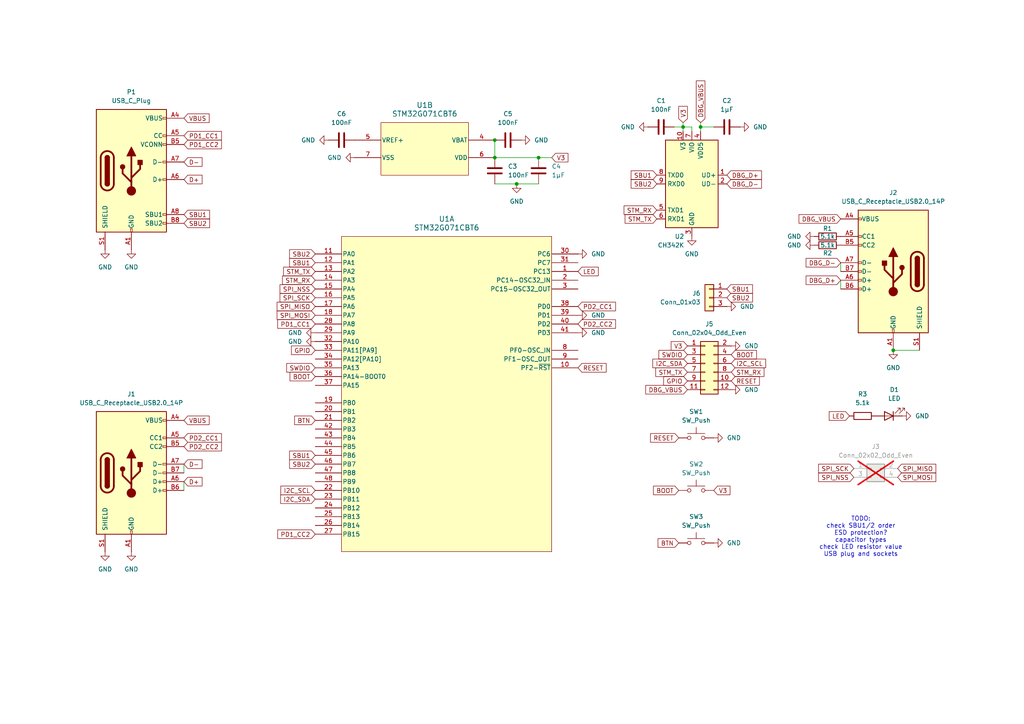
<source format=kicad_sch>
(kicad_sch (version 20231120) (generator "eeschema") (generator_version "8.0")
  (paper "A4")
  (lib_symbols
    (symbol "Connector:USB_C_Plug" (pin_names (offset 1.016))
      (property "Reference" "P1" (at 0 33.02 0))
      (property "Value" "USB_C_Plug" (at 0 30.48 0))
      (symbol "USB_C_Plug_0_0"
        (rectangle (start -0.254 -6.604) (end 0.254 -7.62))
        (rectangle (start 10.16 -4.826) (end 9.144 -5.334))
        (rectangle (start 10.16 -2.286) (end 9.144 -2.794))
        (rectangle (start 10.16 7.874) (end 9.144 7.366))
        (rectangle (start 10.16 12.954) (end 9.144 12.446))
        (rectangle (start 10.16 18.034) (end 9.144 17.526))
        (rectangle (start 10.16 20.574) (end 9.144 20.066))
        (rectangle (start 10.16 25.654) (end 9.144 25.146))
      )
      (symbol "USB_C_Plug_0_1"
        (rectangle (start -10.16 27.94) (end 10.16 -7.62) (stroke (width 0.254)) (fill (type background)))
        (arc (start -8.89 6.35) (mid -6.985 4.4533) (end -5.08 6.35) (stroke (width 0.508)))
        (arc (start -7.62 6.35) (mid -6.985 5.7177) (end -6.35 6.35) (stroke (width 0.254)))
        (arc (start -7.62 6.35) (mid -6.985 5.7177) (end -6.35 6.35) (stroke (width 0.254)) (fill (type outline)))
        (rectangle (start -7.62 6.35) (end -6.35 13.97) (stroke (width 0.254)) (fill (type outline)))
        (arc (start -6.35 13.97) (mid -6.985 14.6023) (end -7.62 13.97) (stroke (width 0.254)))
        (arc (start -6.35 13.97) (mid -6.985 14.6023) (end -7.62 13.97) (stroke (width 0.254)) (fill (type outline)))
        (arc (start -5.08 13.97) (mid -6.985 15.8667) (end -8.89 13.97) (stroke (width 0.508)))
        (polyline (pts (xy -8.89 6.35) (xy -8.89 13.97)) (stroke (width 0.508)))
        (polyline (pts (xy -5.08 13.97) (xy -5.08 6.35)) (stroke (width 0.508)))
      )
      (symbol "USB_C_Plug_1_1"
        (circle (center -2.54 11.303) (radius 0.635) (stroke (width 0.254)) (fill (type outline)))
        (polyline (pts (xy 0 4.318) (xy 0 14.478)) (stroke (width 0.508)))
        (polyline (pts (xy 0 6.858) (xy -2.54 9.398) (xy -2.54 10.668)) (stroke (width 0.508)))
        (polyline (pts (xy 0 8.128) (xy 2.54 10.668) (xy 2.54 11.938)) (stroke (width 0.508)))
        (polyline (pts (xy -1.27 14.478) (xy 0 17.018) (xy 1.27 14.478) (xy -1.27 14.478)) (stroke (width 0.254)) (fill (type outline)))
        (circle (center 0 4.318) (radius 1.27) (fill (type outline)))
        (rectangle (start 1.905 11.938) (end 3.175 13.208) (stroke (width 0.254)) (fill (type outline)))
        (pin passive line (at 0 -12.7 90) (length 5.08) (name "GND") (number "A1"))
        (pin passive line (at 0 -12.7 90) (length 5.08) hide (name "GND") (number "A12"))
        (pin passive line (at 15.24 25.4 180) (length 5.08) (name "VBUS") (number "A4"))
        (pin bidirectional line (at 15.24 20.32 180) (length 5.08) (name "CC") (number "A5"))
        (pin bidirectional line (at 15.24 7.62 180) (length 5.08) (name "D+") (number "A6"))
        (pin bidirectional line (at 15.24 12.7 180) (length 5.08) (name "D-") (number "A7"))
        (pin bidirectional line (at 15.24 -2.54 180) (length 5.08) (name "SBU1") (number "A8"))
        (pin passive line (at 15.24 25.4 180) (length 5.08) hide (name "VBUS") (number "A9"))
        (pin passive line (at 0 -12.7 90) (length 5.08) hide (name "GND") (number "B1"))
        (pin passive line (at 0 -12.7 90) (length 5.08) hide (name "GND") (number "B12"))
        (pin passive line (at 15.24 25.4 180) (length 5.08) hide (name "VBUS") (number "B4"))
        (pin bidirectional line (at 15.24 17.78 180) (length 5.08) (name "VCONN") (number "B5"))
        (pin bidirectional line (at 15.24 -5.08 180) (length 5.08) (name "SBU2") (number "B8"))
        (pin passive line (at 15.24 25.4 180) (length 5.08) hide (name "VBUS") (number "B9"))
        (pin passive line (at -7.62 -12.7 90) (length 5.08) (name "SHIELD") (number "S1"))
      )
    )
    (symbol "Connector:USB_C_Receptacle_USB2.0_14P" (pin_names (offset 1.016))
      (property "Reference" "J" (at 0 22.225 0))
      (property "Value" "USB_C_Receptacle_USB2.0_14P" (at 0 19.685 0))
      (symbol "USB_C_Receptacle_USB2.0_14P_0_0"
        (rectangle (start -0.254 -17.78) (end 0.254 -16.764))
        (rectangle (start 10.16 -4.826) (end 9.144 -5.334))
        (rectangle (start 10.16 -2.286) (end 9.144 -2.794))
        (rectangle (start 10.16 0.254) (end 9.144 -0.254))
        (rectangle (start 10.16 2.794) (end 9.144 2.286))
        (rectangle (start 10.16 7.874) (end 9.144 7.366))
        (rectangle (start 10.16 10.414) (end 9.144 9.906))
        (rectangle (start 10.16 15.494) (end 9.144 14.986))
      )
      (symbol "USB_C_Receptacle_USB2.0_14P_0_1"
        (rectangle (start -10.16 17.78) (end 10.16 -17.78) (stroke (width 0.254)) (fill (type background)))
        (arc (start -8.89 -3.81) (mid -6.985 -5.7067) (end -5.08 -3.81) (stroke (width 0.508)))
        (arc (start -7.62 -3.81) (mid -6.985 -4.4423) (end -6.35 -3.81) (stroke (width 0.254)))
        (arc (start -7.62 -3.81) (mid -6.985 -4.4423) (end -6.35 -3.81) (stroke (width 0.254)) (fill (type outline)))
        (rectangle (start -7.62 -3.81) (end -6.35 3.81) (stroke (width 0.254)) (fill (type outline)))
        (arc (start -6.35 3.81) (mid -6.985 4.4423) (end -7.62 3.81) (stroke (width 0.254)))
        (arc (start -6.35 3.81) (mid -6.985 4.4423) (end -7.62 3.81) (stroke (width 0.254)) (fill (type outline)))
        (arc (start -5.08 3.81) (mid -6.985 5.7067) (end -8.89 3.81) (stroke (width 0.508)))
        (circle (center -2.54 1.143) (radius 0.635) (stroke (width 0.254)) (fill (type outline)))
        (circle (center 0 -5.842) (radius 1.27) (fill (type outline)))
        (polyline (pts (xy -8.89 -3.81) (xy -8.89 3.81)) (stroke (width 0.508)))
        (polyline (pts (xy -5.08 3.81) (xy -5.08 -3.81)) (stroke (width 0.508)))
        (polyline (pts (xy 0 -5.842) (xy 0 4.318)) (stroke (width 0.508)))
        (polyline (pts (xy 0 -3.302) (xy -2.54 -0.762) (xy -2.54 0.508)) (stroke (width 0.508)))
        (polyline (pts (xy 0 -2.032) (xy 2.54 0.508) (xy 2.54 1.778)) (stroke (width 0.508)))
        (polyline (pts (xy -1.27 4.318) (xy 0 6.858) (xy 1.27 4.318) (xy -1.27 4.318)) (stroke (width 0.254)) (fill (type outline)))
        (rectangle (start 1.905 1.778) (end 3.175 3.048) (stroke (width 0.254)) (fill (type outline)))
      )
      (symbol "USB_C_Receptacle_USB2.0_14P_1_1"
        (pin passive line (at 0 -22.86 90) (length 5.08) (name "GND") (number "A1"))
        (pin passive line (at 0 -22.86 90) (length 5.08) hide (name "GND") (number "A12"))
        (pin passive line (at 15.24 15.24 180) (length 5.08) (name "VBUS") (number "A4"))
        (pin bidirectional line (at 15.24 10.16 180) (length 5.08) (name "CC1") (number "A5"))
        (pin bidirectional line (at 15.24 -2.54 180) (length 5.08) (name "D+") (number "A6"))
        (pin bidirectional line (at 15.24 2.54 180) (length 5.08) (name "D-") (number "A7"))
        (pin passive line (at 15.24 15.24 180) (length 5.08) hide (name "VBUS") (number "A9"))
        (pin passive line (at 0 -22.86 90) (length 5.08) hide (name "GND") (number "B1"))
        (pin passive line (at 0 -22.86 90) (length 5.08) hide (name "GND") (number "B12"))
        (pin passive line (at 15.24 15.24 180) (length 5.08) hide (name "VBUS") (number "B4"))
        (pin bidirectional line (at 15.24 7.62 180) (length 5.08) (name "CC2") (number "B5"))
        (pin bidirectional line (at 15.24 -5.08 180) (length 5.08) (name "D+") (number "B6"))
        (pin bidirectional line (at 15.24 0 180) (length 5.08) (name "D-") (number "B7"))
        (pin passive line (at 15.24 15.24 180) (length 5.08) hide (name "VBUS") (number "B9"))
        (pin passive line (at -7.62 -22.86 90) (length 5.08) (name "SHIELD") (number "S1"))
      )
    )
    (symbol "Connector_Generic:Conn_01x03" (pin_names (offset 1.016) hide)
      (property "Reference" "J" (at 0 5.08 0))
      (property "Value" "Conn_01x03" (at 0 -5.08 0))
      (symbol "Conn_01x03_1_1"
        (rectangle (start -1.27 -2.413) (end 0 -2.667) (stroke (width 0.1524)))
        (rectangle (start -1.27 0.127) (end 0 -0.127) (stroke (width 0.1524)))
        (rectangle (start -1.27 2.667) (end 0 2.413) (stroke (width 0.1524)))
        (rectangle (start -1.27 3.81) (end 1.27 -3.81) (stroke (width 0.254)) (fill (type background)))
        (pin passive line (at -5.08 2.54 0) (length 3.81) (name "Pin_1") (number "1"))
        (pin passive line (at -5.08 0 0) (length 3.81) (name "Pin_2") (number "2"))
        (pin passive line (at -5.08 -2.54 0) (length 3.81) (name "Pin_3") (number "3"))
      )
    )
    (symbol "Connector_Generic:Conn_02x02_Odd_Even" (pin_names (offset 1.016) hide)
      (property "Reference" "J" (at 1.27 2.54 0))
      (property "Value" "Conn_02x02_Odd_Even" (at 1.27 -5.08 0))
      (symbol "Conn_02x02_Odd_Even_1_1"
        (rectangle (start -1.27 -2.413) (end 0 -2.667) (stroke (width 0.1524)))
        (rectangle (start -1.27 0.127) (end 0 -0.127) (stroke (width 0.1524)))
        (rectangle (start -1.27 1.27) (end 3.81 -3.81) (stroke (width 0.254)) (fill (type background)))
        (rectangle (start 3.81 -2.413) (end 2.54 -2.667) (stroke (width 0.1524)))
        (rectangle (start 3.81 0.127) (end 2.54 -0.127) (stroke (width 0.1524)))
        (pin passive line (at -5.08 0 0) (length 3.81) (name "Pin_1") (number "1"))
        (pin passive line (at 7.62 0 180) (length 3.81) (name "Pin_2") (number "2"))
        (pin passive line (at -5.08 -2.54 0) (length 3.81) (name "Pin_3") (number "3"))
        (pin passive line (at 7.62 -2.54 180) (length 3.81) (name "Pin_4") (number "4"))
      )
    )
    (symbol "Connector_Generic:Conn_02x06_Odd_Even" (pin_names (offset 1.016) hide)
      (property "Reference" "J" (at 1.27 7.62 0))
      (property "Value" "Conn_02x06_Odd_Even" (at 1.27 -10.16 0))
      (symbol "Conn_02x06_Odd_Even_1_1"
        (rectangle (start -1.27 -7.493) (end 0 -7.747) (stroke (width 0.1524)))
        (rectangle (start -1.27 -4.953) (end 0 -5.207) (stroke (width 0.1524)))
        (rectangle (start -1.27 -2.413) (end 0 -2.667) (stroke (width 0.1524)))
        (rectangle (start -1.27 0.127) (end 0 -0.127) (stroke (width 0.1524)))
        (rectangle (start -1.27 2.667) (end 0 2.413) (stroke (width 0.1524)))
        (rectangle (start -1.27 5.207) (end 0 4.953) (stroke (width 0.1524)))
        (rectangle (start -1.27 6.35) (end 3.81 -8.89) (stroke (width 0.254)) (fill (type background)))
        (rectangle (start 3.81 -7.493) (end 2.54 -7.747) (stroke (width 0.1524)))
        (rectangle (start 3.81 -4.953) (end 2.54 -5.207) (stroke (width 0.1524)))
        (rectangle (start 3.81 -2.413) (end 2.54 -2.667) (stroke (width 0.1524)))
        (rectangle (start 3.81 0.127) (end 2.54 -0.127) (stroke (width 0.1524)))
        (rectangle (start 3.81 2.667) (end 2.54 2.413) (stroke (width 0.1524)))
        (rectangle (start 3.81 5.207) (end 2.54 4.953) (stroke (width 0.1524)))
        (pin passive line (at -5.08 5.08 0) (length 3.81) (name "Pin_1") (number "1"))
        (pin passive line (at 7.62 -5.08 180) (length 3.81) (name "Pin_10") (number "10"))
        (pin passive line (at -5.08 -7.62 0) (length 3.81) (name "Pin_11") (number "11"))
        (pin passive line (at 7.62 -7.62 180) (length 3.81) (name "Pin_12") (number "12"))
        (pin passive line (at 7.62 5.08 180) (length 3.81) (name "Pin_2") (number "2"))
        (pin passive line (at -5.08 2.54 0) (length 3.81) (name "Pin_3") (number "3"))
        (pin passive line (at 7.62 2.54 180) (length 3.81) (name "Pin_4") (number "4"))
        (pin passive line (at -5.08 0 0) (length 3.81) (name "Pin_5") (number "5"))
        (pin passive line (at 7.62 0 180) (length 3.81) (name "Pin_6") (number "6"))
        (pin passive line (at -5.08 -2.54 0) (length 3.81) (name "Pin_7") (number "7"))
        (pin passive line (at 7.62 -2.54 180) (length 3.81) (name "Pin_8") (number "8"))
        (pin passive line (at -5.08 -5.08 0) (length 3.81) (name "Pin_9") (number "9"))
      )
    )
    (symbol "Debubo:STM32G071CBT6" (pin_names (offset 0.254))
      (property "Reference" "U" (at 38.1 10.16 0))
      (property "Value" "STM32G071CBT6" (at 38.1 7.62 0))
      (symbol "STM32G071CBT6_1_1"
        (rectangle (start 7.62 5.08) (end 68.58 -86.36) (fill (type background)))
        (pin bidirectional line (at 76.2 -5.08 180) (length 7.62) (name "PC13") (number "1"))
        (pin bidirectional line (at 76.2 -33.02 180) (length 7.62) (name "PF2-~{RST}") (number "10"))
        (pin bidirectional line (at 0 0 0) (length 7.62) (name "PA0") (number "11"))
        (pin bidirectional line (at 0 -2.54 0) (length 7.62) (name "PA1") (number "12"))
        (pin bidirectional line (at 0 -5.08 0) (length 7.62) (name "PA2") (number "13"))
        (pin bidirectional line (at 0 -7.62 0) (length 7.62) (name "PA3") (number "14"))
        (pin bidirectional line (at 0 -10.16 0) (length 7.62) (name "PA4") (number "15"))
        (pin bidirectional line (at 0 -12.7 0) (length 7.62) (name "PA5") (number "16"))
        (pin bidirectional line (at 0 -15.24 0) (length 7.62) (name "PA6") (number "17"))
        (pin bidirectional line (at 0 -17.78 0) (length 7.62) (name "PA7") (number "18"))
        (pin bidirectional line (at 0 -43.18 0) (length 7.62) (name "PB0") (number "19"))
        (pin bidirectional line (at 76.2 -7.62 180) (length 7.62) (name "PC14-OSC32_IN") (number "2"))
        (pin bidirectional line (at 0 -45.72 0) (length 7.62) (name "PB1") (number "20"))
        (pin bidirectional line (at 0 -48.26 0) (length 7.62) (name "PB2") (number "21"))
        (pin bidirectional line (at 0 -68.58 0) (length 7.62) (name "PB10") (number "22"))
        (pin bidirectional line (at 0 -71.12 0) (length 7.62) (name "PB11") (number "23"))
        (pin bidirectional line (at 0 -73.66 0) (length 7.62) (name "PB12") (number "24"))
        (pin bidirectional line (at 0 -76.2 0) (length 7.62) (name "PB13") (number "25"))
        (pin bidirectional line (at 0 -78.74 0) (length 7.62) (name "PB14") (number "26"))
        (pin bidirectional line (at 0 -81.28 0) (length 7.62) (name "PB15") (number "27"))
        (pin bidirectional line (at 0 -20.32 0) (length 7.62) (name "PA8") (number "28"))
        (pin bidirectional line (at 0 -22.86 0) (length 7.62) (name "PA9") (number "29"))
        (pin bidirectional line (at 76.2 -10.16 180) (length 7.62) (name "PC15-OSC32_OUT") (number "3"))
        (pin bidirectional line (at 76.2 0 180) (length 7.62) (name "PC6") (number "30"))
        (pin bidirectional line (at 76.2 -2.54 180) (length 7.62) (name "PC7") (number "31"))
        (pin bidirectional line (at 0 -25.4 0) (length 7.62) (name "PA10") (number "32"))
        (pin bidirectional line (at 0 -27.94 0) (length 7.62) (name "PA11[PA9]") (number "33"))
        (pin bidirectional line (at 0 -30.48 0) (length 7.62) (name "PA12[PA10]") (number "34"))
        (pin bidirectional line (at 0 -33.02 0) (length 7.62) (name "PA13") (number "35"))
        (pin bidirectional line (at 0 -35.56 0) (length 7.62) (name "PA14-BOOT0") (number "36"))
        (pin bidirectional line (at 0 -38.1 0) (length 7.62) (name "PA15") (number "37"))
        (pin bidirectional line (at 76.2 -15.24 180) (length 7.62) (name "PD0") (number "38"))
        (pin bidirectional line (at 76.2 -17.78 180) (length 7.62) (name "PD1") (number "39"))
        (pin bidirectional line (at 76.2 -20.32 180) (length 7.62) (name "PD2") (number "40"))
        (pin bidirectional line (at 76.2 -22.86 180) (length 7.62) (name "PD3") (number "41"))
        (pin bidirectional line (at 0 -50.8 0) (length 7.62) (name "PB3") (number "42"))
        (pin bidirectional line (at 0 -53.34 0) (length 7.62) (name "PB4") (number "43"))
        (pin bidirectional line (at 0 -55.88 0) (length 7.62) (name "PB5") (number "44"))
        (pin bidirectional line (at 0 -58.42 0) (length 7.62) (name "PB6") (number "45"))
        (pin bidirectional line (at 0 -60.96 0) (length 7.62) (name "PB7") (number "46"))
        (pin bidirectional line (at 0 -63.5 0) (length 7.62) (name "PB8") (number "47"))
        (pin bidirectional line (at 0 -66.04 0) (length 7.62) (name "PB9") (number "48"))
        (pin bidirectional line (at 76.2 -27.94 180) (length 7.62) (name "PF0-OSC_IN") (number "8"))
        (pin bidirectional line (at 76.2 -30.48 180) (length 7.62) (name "PF1-OSC_OUT") (number "9"))
      )
      (symbol "STM32G071CBT6_2_1"
        (rectangle (start 7.62 5.08) (end 33.02 -10.16) (fill (type background)))
        (pin power_in line (at 40.64 0 180) (length 7.62) (name "VBAT") (number "4"))
        (pin power_in line (at 0 0 0) (length 7.62) (name "VREF+") (number "5"))
        (pin power_in line (at 40.64 -5.08 180) (length 7.62) (name "VDD") (number "6"))
        (pin power_in line (at 0 -5.08 0) (length 7.62) (name "VSS") (number "7"))
      )
    )
    (symbol "Device:C" (pin_numbers hide) (pin_names (offset 0.254))
      (property "Reference" "C" (at 0.635 2.54 0))
      (property "Value" "C" (at 0.635 -2.54 0))
      (symbol "C_0_1"
        (polyline (pts (xy -2.032 -0.762) (xy 2.032 -0.762)) (stroke (width 0.508)))
        (polyline (pts (xy -2.032 0.762) (xy 2.032 0.762)) (stroke (width 0.508)))
      )
      (symbol "C_1_1"
        (pin passive line (at 0 3.81 270) (length 2.794) (name "~") (number "1"))
        (pin passive line (at 0 -3.81 90) (length 2.794) (name "~") (number "2"))
      )
    )
    (symbol "Device:LED" (pin_numbers hide) (pin_names (offset 1.016) hide)
      (property "Reference" "D" (at 0 2.54 0))
      (property "Value" "LED" (at 0 -2.54 0))
      (symbol "LED_0_1"
        (polyline (pts (xy -1.27 -1.27) (xy -1.27 1.27)) (stroke (width 0.254)))
        (polyline (pts (xy -1.27 0) (xy 1.27 0)))
        (polyline (pts (xy 1.27 -1.27) (xy 1.27 1.27) (xy -1.27 0) (xy 1.27 -1.27)) (stroke (width 0.254)))
        (polyline (pts (xy -3.048 -0.762) (xy -4.572 -2.286) (xy -3.81 -2.286) (xy -4.572 -2.286) (xy -4.572 -1.524)))
        (polyline (pts (xy -1.778 -0.762) (xy -3.302 -2.286) (xy -2.54 -2.286) (xy -3.302 -2.286) (xy -3.302 -1.524)))
      )
      (symbol "LED_1_1"
        (pin passive line (at -3.81 0 0) (length 2.54) (name "K") (number "1"))
        (pin passive line (at 3.81 0 180) (length 2.54) (name "A") (number "2"))
      )
    )
    (symbol "Device:R" (pin_numbers hide) (pin_names (offset 0))
      (property "Reference" "R" (at 2.032 0 90))
      (property "Value" "R" (at 0 0 90))
      (symbol "R_0_1"
        (rectangle (start -1.016 -2.54) (end 1.016 2.54) (stroke (width 0.254)))
      )
      (symbol "R_1_1"
        (pin passive line (at 0 3.81 270) (length 1.27) (name "~") (number "1"))
        (pin passive line (at 0 -3.81 90) (length 1.27) (name "~") (number "2"))
      )
    )
    (symbol "Interface_USB:CH340K"
      (property "Reference" "U2" (at 2.1941 -15.24 0))
      (property "Value" "CH342K" (at 2.1941 -17.78 0))
      (symbol "CH340K_0_1"
        (rectangle (start -7.62 12.7) (end 7.62 -12.7) (stroke (width 0.254)) (fill (type background)))
      )
      (symbol "CH340K_1_0"
        (pin passive line (at 0 -15.24 90) (length 2.54) hide (name "GND") (number "11"))
      )
      (symbol "CH340K_1_1"
        (pin bidirectional line (at -10.16 2.54 0) (length 2.54) (name "UD+") (number "1"))
        (pin passive line (at 2.54 15.24 270) (length 2.54) (name "V3") (number "10"))
        (pin bidirectional line (at -10.16 0 0) (length 2.54) (name "UD-") (number "2"))
        (pin power_in line (at 0 -15.24 90) (length 2.54) (name "GND") (number "3"))
        (pin power_in line (at -2.54 15.24 270) (length 2.54) (name "VDD5") (number "4"))
        (pin output line (at 10.16 -7.62 180) (length 2.54) (name "TXD1") (number "5"))
        (pin input line (at 10.16 -10.16 180) (length 2.54) (name "RXD1") (number "6"))
        (pin power_in line (at 0 15.24 270) (length 2.54) (name "VIO") (number "7"))
        (pin output line (at 10.16 2.54 180) (length 2.54) (name "TXD0") (number "8"))
        (pin input line (at 10.16 0 180) (length 2.54) (name "RXD0") (number "9"))
      )
    )
    (symbol "Switch:SW_Push" (pin_numbers hide) (pin_names (offset 1.016) hide)
      (property "Reference" "SW" (at 1.27 2.54 0))
      (property "Value" "SW_Push" (at 0 -1.524 0))
      (symbol "SW_Push_0_1"
        (circle (center -2.032 0) (radius 0.508))
        (polyline (pts (xy 0 1.27) (xy 0 3.048)))
        (polyline (pts (xy 2.54 1.27) (xy -2.54 1.27)))
        (circle (center 2.032 0) (radius 0.508))
        (pin passive line (at -5.08 0 0) (length 2.54) (name "1") (number "1"))
        (pin passive line (at 5.08 0 180) (length 2.54) (name "2") (number "2"))
      )
    )
    (symbol "power:GND" (power) (pin_numbers hide) (pin_names (offset 0) hide)
      (property "Value" "GND" (at 0 -3.81 0))
      (symbol "GND_0_1"
        (polyline (pts (xy 0 0) (xy 0 -1.27) (xy 1.27 -1.27) (xy 0 -2.54) (xy -1.27 -1.27) (xy 0 -1.27)))
      )
      (symbol "GND_1_1"
        (pin power_in line (at 0 0 270) (length 0) (name "~") (number "1"))
      )
    )
  )
  (junction (at 156.21 45.72))
  (junction (at 198.12 36.83))
  (junction (at 259.08 101.6))
  (junction (at 203.2 36.83))
  (junction (at 143.51 45.72))
  (junction (at 143.51 40.64))
  (junction (at 149.86 53.34))
  (wire (pts (xy 198.12 35.56) (xy 198.12 36.83)))
  (wire (pts (xy 200.66 36.83) (xy 200.66 38.1)))
  (wire (pts (xy 143.51 40.64) (xy 143.51 45.72)))
  (wire (pts (xy 198.12 36.83) (xy 200.66 36.83)))
  (wire (pts (xy 156.21 45.72) (xy 160.02 45.72)))
  (wire (pts (xy 53.34 134.62) (xy 53.34 137.16)))
  (wire (pts (xy 143.51 45.72) (xy 156.21 45.72)))
  (wire (pts (xy 143.51 53.34) (xy 149.86 53.34)))
  (wire (pts (xy 53.34 139.7) (xy 53.34 142.24)))
  (wire (pts (xy 243.84 81.28) (xy 243.84 83.82)))
  (wire (pts (xy 203.2 36.83) (xy 203.2 38.1)))
  (wire (pts (xy 243.84 76.2) (xy 243.84 78.74)))
  (wire (pts (xy 259.08 101.6) (xy 266.7 101.6)))
  (wire (pts (xy 203.2 35.56) (xy 203.2 36.83)))
  (wire (pts (xy 207.01 36.83) (xy 203.2 36.83)))
  (wire (pts (xy 149.86 53.34) (xy 156.21 53.34)))
  (wire (pts (xy 195.58 36.83) (xy 198.12 36.83)))
  (wire (pts (xy 198.12 36.83) (xy 198.12 38.1)))
  (text "TODO:\ncheck SBU1/2 order\nESD protection?\ncapacitor types\ncheck LED resistor value\nUSB plug and sockets" (at 249.682 155.702 0) (effects (font (size 1.27 1.27))))
  (global_label "V3" (shape input) (at 199.39 100.33 180) (property "Intersheetrefs" "${INTERSHEET_REFS}" (effects (hide yes))))
  (global_label "BTN" (shape input) (at 91.44 121.92 180) (property "Intersheetrefs" "${INTERSHEET_REFS}" (effects (hide yes))))
  (global_label "DBG_D+" (shape input) (at 210.82 50.8 0) (property "Intersheetrefs" "${INTERSHEET_REFS}" (effects (hide yes))))
  (global_label "SPI_SCK" (shape input) (at 91.44 86.36 180) (property "Intersheetrefs" "${INTERSHEET_REFS}" (effects (hide yes))))
  (global_label "PD1_CC1" (shape input) (at 91.44 93.98 180) (property "Intersheetrefs" "${INTERSHEET_REFS}" (effects (hide yes))))
  (global_label "SBU2" (shape input) (at 91.44 134.62 180) (property "Intersheetrefs" "${INTERSHEET_REFS}" (effects (hide yes))))
  (global_label "RESET" (shape input) (at 196.85 127 180) (property "Intersheetrefs" "${INTERSHEET_REFS}" (effects (hide yes))))
  (global_label "GPIO" (shape input) (at 199.39 110.49 180) (property "Intersheetrefs" "${INTERSHEET_REFS}" (effects (hide yes))))
  (global_label "PD1_CC2" (shape input) (at 53.34 41.91 0) (property "Intersheetrefs" "${INTERSHEET_REFS}" (effects (hide yes))))
  (global_label "STM_TX" (shape input) (at 199.39 107.95 180) (property "Intersheetrefs" "${INTERSHEET_REFS}" (effects (hide yes))))
  (global_label "SPI_MOSI" (shape input) (at 260.35 138.43 0) (property "Intersheetrefs" "${INTERSHEET_REFS}" (effects (hide yes))))
  (global_label "SBU2" (shape input) (at 91.44 73.66 180) (property "Intersheetrefs" "${INTERSHEET_REFS}" (effects (hide yes))))
  (global_label "V3" (shape input) (at 160.02 45.72 0) (property "Intersheetrefs" "${INTERSHEET_REFS}" (effects (hide yes))))
  (global_label "VBUS" (shape input) (at 53.34 121.92 0) (property "Intersheetrefs" "${INTERSHEET_REFS}" (effects (hide yes))))
  (global_label "PD2_CC2" (shape input) (at 53.34 129.54 0) (property "Intersheetrefs" "${INTERSHEET_REFS}" (effects (hide yes))))
  (global_label "I2C_SDA" (shape input) (at 91.44 144.78 180) (property "Intersheetrefs" "${INTERSHEET_REFS}" (effects (hide yes))))
  (global_label "BOOT" (shape input) (at 196.85 142.24 180) (property "Intersheetrefs" "${INTERSHEET_REFS}" (effects (hide yes))))
  (global_label "GPIO" (shape input) (at 91.44 101.6 180) (property "Intersheetrefs" "${INTERSHEET_REFS}" (effects (hide yes))))
  (global_label "SPI_MOSI" (shape input) (at 91.44 91.44 180) (property "Intersheetrefs" "${INTERSHEET_REFS}" (effects (hide yes))))
  (global_label "V3" (shape input) (at 207.01 142.24 0) (property "Intersheetrefs" "${INTERSHEET_REFS}" (effects (hide yes))))
  (global_label "SPI_MISO" (shape input) (at 260.35 135.89 0) (property "Intersheetrefs" "${INTERSHEET_REFS}" (effects (hide yes))))
  (global_label "LED" (shape input) (at 167.64 78.74 0) (property "Intersheetrefs" "${INTERSHEET_REFS}" (effects (hide yes))))
  (global_label "SBU1" (shape input) (at 91.44 132.08 180) (property "Intersheetrefs" "${INTERSHEET_REFS}" (effects (hide yes))))
  (global_label "STM_RX" (shape input) (at 190.5 60.96 180) (property "Intersheetrefs" "${INTERSHEET_REFS}" (effects (hide yes))))
  (global_label "BOOT" (shape input) (at 91.44 109.22 180) (property "Intersheetrefs" "${INTERSHEET_REFS}" (effects (hide yes))))
  (global_label "SBU2" (shape input) (at 53.34 64.77 0) (property "Intersheetrefs" "${INTERSHEET_REFS}" (effects (hide yes))))
  (global_label "RESET" (shape input) (at 212.09 110.49 0) (property "Intersheetrefs" "${INTERSHEET_REFS}" (effects (hide yes))))
  (global_label "SPI_NSS" (shape input) (at 91.44 83.82 180) (property "Intersheetrefs" "${INTERSHEET_REFS}" (effects (hide yes))))
  (global_label "I2C_SDA" (shape input) (at 199.39 105.41 180) (property "Intersheetrefs" "${INTERSHEET_REFS}" (effects (hide yes))))
  (global_label "RESET" (shape input) (at 167.64 106.68 0) (property "Intersheetrefs" "${INTERSHEET_REFS}" (effects (hide yes))))
  (global_label "SBU1" (shape input) (at 190.5 50.8 180) (property "Intersheetrefs" "${INTERSHEET_REFS}" (effects (hide yes))))
  (global_label "BTN" (shape input) (at 196.85 157.48 180) (property "Intersheetrefs" "${INTERSHEET_REFS}" (effects (hide yes))))
  (global_label "PD1_CC2" (shape input) (at 91.44 154.94 180) (property "Intersheetrefs" "${INTERSHEET_REFS}" (effects (hide yes))))
  (global_label "D+" (shape input) (at 53.34 139.7 0) (property "Intersheetrefs" "${INTERSHEET_REFS}" (effects (hide yes))))
  (global_label "SPI_MISO" (shape input) (at 91.44 88.9 180) (property "Intersheetrefs" "${INTERSHEET_REFS}" (effects (hide yes))))
  (global_label "SPI_SCK" (shape input) (at 247.65 135.89 180) (property "Intersheetrefs" "${INTERSHEET_REFS}" (effects (hide yes))))
  (global_label "DBG_D-" (shape input) (at 243.84 76.2 180) (property "Intersheetrefs" "${INTERSHEET_REFS}" (effects (hide yes))))
  (global_label "V3" (shape input) (at 198.12 35.56 90) (property "Intersheetrefs" "${INTERSHEET_REFS}" (effects (hide yes))))
  (global_label "SBU1" (shape input) (at 53.34 62.23 0) (property "Intersheetrefs" "${INTERSHEET_REFS}" (effects (hide yes))))
  (global_label "SBU1" (shape input) (at 91.44 76.2 180) (property "Intersheetrefs" "${INTERSHEET_REFS}" (effects (hide yes))))
  (global_label "I2C_SCL" (shape input) (at 91.44 142.24 180) (property "Intersheetrefs" "${INTERSHEET_REFS}" (effects (hide yes))))
  (global_label "PD2_CC1" (shape input) (at 167.64 88.9 0) (property "Intersheetrefs" "${INTERSHEET_REFS}" (effects (hide yes))))
  (global_label "DBG_VBUS" (shape input) (at 203.2 35.56 90) (property "Intersheetrefs" "${INTERSHEET_REFS}" (effects (hide yes))))
  (global_label "PD2_CC2" (shape input) (at 167.64 93.98 0) (property "Intersheetrefs" "${INTERSHEET_REFS}" (effects (hide yes))))
  (global_label "STM_TX" (shape input) (at 91.44 78.74 180) (property "Intersheetrefs" "${INTERSHEET_REFS}" (effects (hide yes))))
  (global_label "DBG_VBUS" (shape input) (at 243.84 63.5 180) (property "Intersheetrefs" "${INTERSHEET_REFS}" (effects (hide yes))))
  (global_label "DBG_D-" (shape input) (at 210.82 53.34 0) (property "Intersheetrefs" "${INTERSHEET_REFS}" (effects (hide yes))))
  (global_label "SWDIO" (shape input) (at 91.44 106.68 180) (property "Intersheetrefs" "${INTERSHEET_REFS}" (effects (hide yes))))
  (global_label "VBUS" (shape input) (at 53.34 34.29 0) (property "Intersheetrefs" "${INTERSHEET_REFS}" (effects (hide yes))))
  (global_label "SWDIO" (shape input) (at 199.39 102.87 180) (property "Intersheetrefs" "${INTERSHEET_REFS}" (effects (hide yes))))
  (global_label "SBU2" (shape input) (at 190.5 53.34 180) (property "Intersheetrefs" "${INTERSHEET_REFS}" (effects (hide yes))))
  (global_label "DBG_D+" (shape input) (at 243.84 81.28 180) (property "Intersheetrefs" "${INTERSHEET_REFS}" (effects (hide yes))))
  (global_label "PD2_CC1" (shape input) (at 53.34 127 0) (property "Intersheetrefs" "${INTERSHEET_REFS}" (effects (hide yes))))
  (global_label "SPI_NSS" (shape input) (at 247.65 138.43 180) (property "Intersheetrefs" "${INTERSHEET_REFS}" (effects (hide yes))))
  (global_label "D-" (shape input) (at 53.34 46.99 0) (property "Intersheetrefs" "${INTERSHEET_REFS}" (effects (hide yes))))
  (global_label "STM_TX" (shape input) (at 190.5 63.5 180) (property "Intersheetrefs" "${INTERSHEET_REFS}" (effects (hide yes))))
  (global_label "BOOT" (shape input) (at 212.09 102.87 0) (property "Intersheetrefs" "${INTERSHEET_REFS}" (effects (hide yes))))
  (global_label "STM_RX" (shape input) (at 212.09 107.95 0) (property "Intersheetrefs" "${INTERSHEET_REFS}" (effects (hide yes))))
  (global_label "D+" (shape input) (at 53.34 52.07 0) (property "Intersheetrefs" "${INTERSHEET_REFS}" (effects (hide yes))))
  (global_label "PD1_CC1" (shape input) (at 53.34 39.37 0) (property "Intersheetrefs" "${INTERSHEET_REFS}" (effects (hide yes))))
  (global_label "DBG_VBUS" (shape input) (at 199.39 113.03 180) (property "Intersheetrefs" "${INTERSHEET_REFS}" (effects (hide yes))))
  (global_label "I2C_SCL" (shape input) (at 212.09 105.41 0) (property "Intersheetrefs" "${INTERSHEET_REFS}" (effects (hide yes))))
  (global_label "STM_RX" (shape input) (at 91.44 81.28 180) (property "Intersheetrefs" "${INTERSHEET_REFS}" (effects (hide yes))))
  (global_label "SBU1" (shape input) (at 210.82 83.82 0) (property "Intersheetrefs" "${INTERSHEET_REFS}" (effects (hide yes))))
  (global_label "SBU2" (shape input) (at 210.82 86.36 0) (property "Intersheetrefs" "${INTERSHEET_REFS}" (effects (hide yes))))
  (global_label "D-" (shape input) (at 53.34 134.62 0) (property "Intersheetrefs" "${INTERSHEET_REFS}" (effects (hide yes))))
  (global_label "LED" (shape input) (at 246.38 120.65 180) (property "Intersheetrefs" "${INTERSHEET_REFS}" (effects (hide yes))))
  (symbol (lib_id "Device:R") (at 240.03 68.58 90) (unit 1)
    (property "Reference" "R1" (at 240.03 66.294 90))
    (property "Value" "5.1k" (at 240.03 68.58 90))
    (property "Footprint" "Resistor_SMD:R_1206_3216Metric_Pad1.30x1.75mm_HandSolder" (effects (hide yes)))
    (property "Description" "Resistor" (effects (hide yes)))
  )
  (symbol (lib_id "power:GND") (at 102.87 45.72 270) (unit 1)
    (property "Reference" "#PWR03" (effects (hide yes)))
    (property "Value" "GND" (at 99.06 45.7199 90) (effects (justify right)))
    (property "Description" "Power symbol creates a global label with name \"GND\" , ground" (effects (hide yes)))
  )
  (symbol (lib_id "Switch:SW_Push") (at 201.93 157.48 0) (unit 1)
    (property "Reference" "SW3" (at 201.93 149.86 0))
    (property "Value" "SW_Push" (at 201.93 152.4 0))
    (property "Footprint" "Button_Switch_SMD:SW_SPST_B3U-1000P" (effects (hide yes)))
    (property "Description" "Push button switch, generic, two pins" (effects (hide yes)))
  )
  (symbol (lib_id "power:GND") (at 91.44 99.06 270) (unit 1)
    (property "Reference" "#PWR020" (effects (hide yes)))
    (property "Value" "GND" (at 87.63 99.0599 90) (effects (justify right)))
    (property "Description" "Power symbol creates a global label with name \"GND\" , ground" (effects (hide yes)))
  )
  (symbol (lib_id "power:GND") (at 210.82 88.9 90) (mirror x) (unit 1)
    (property "Reference" "#PWR015" (effects (hide yes)))
    (property "Value" "GND" (at 214.63 88.8999 90) (effects (justify right)))
    (property "Description" "Power symbol creates a global label with name \"GND\" , ground" (effects (hide yes)))
  )
  (symbol (lib_id "power:GND") (at 95.25 40.64 270) (unit 1)
    (property "Reference" "#PWR017" (effects (hide yes)))
    (property "Value" "GND" (at 91.44 40.6399 90) (effects (justify right)))
    (property "Description" "Power symbol creates a global label with name \"GND\" , ground" (effects (hide yes)))
  )
  (symbol (lib_id "power:GND") (at 236.22 68.58 270) (unit 1)
    (property "Reference" "#PWR018" (effects (hide yes)))
    (property "Value" "GND" (at 232.41 68.5799 90) (effects (justify right)))
    (property "Description" "Power symbol creates a global label with name \"GND\" , ground" (effects (hide yes)))
  )
  (symbol (lib_id "Debubo:STM32G071CBT6") (at 102.87 40.64 0) (unit 2)
    (property "Reference" "U1" (at 123.19 30.48 0) (effects (font (size 1.524 1.524))))
    (property "Value" "STM32G071CBT6" (at 123.19 33.02 0) (effects (font (size 1.524 1.524))))
    (property "Footprint" "Package_QFP:LQFP-48_7x7mm_P0.5mm" (effects (hide yes)))
    (property "Datasheet" "STM32G071CBT6" (effects (hide yes)))
  )
  (symbol (lib_id "power:GND") (at 212.09 100.33 90) (unit 1)
    (property "Reference" "#PWR016" (effects (hide yes)))
    (property "Value" "GND" (at 215.9 100.3299 90) (effects (justify right)))
    (property "Description" "Power symbol creates a global label with name \"GND\" , ground" (effects (hide yes)))
  )
  (symbol (lib_id "power:GND") (at 30.48 72.39 0) (unit 1)
    (property "Reference" "#PWR025" (effects (hide yes)))
    (property "Value" "GND" (at 30.48 77.47 0))
    (property "Description" "Power symbol creates a global label with name \"GND\" , ground" (effects (hide yes)))
  )
  (symbol (lib_id "Device:C") (at 99.06 40.64 90) (unit 1)
    (property "Reference" "C6" (at 99.06 33.02 90))
    (property "Value" "100nF" (at 99.06 35.56 90))
    (property "Footprint" "Capacitor_SMD:C_1206_3216Metric_Pad1.33x1.80mm_HandSolder" (effects (hide yes)))
    (property "Description" "Unpolarized capacitor" (effects (hide yes)))
  )
  (symbol (lib_id "Switch:SW_Push") (at 201.93 127 0) (unit 1)
    (property "Reference" "SW1" (at 201.93 119.38 0))
    (property "Value" "SW_Push" (at 201.93 121.92 0))
    (property "Footprint" "Button_Switch_SMD:SW_SPST_B3U-1000P" (effects (hide yes)))
    (property "Description" "Push button switch, generic, two pins" (effects (hide yes)))
  )
  (symbol (lib_id "Interface_USB:CH340K") (at 200.66 53.34 0) (mirror y) (unit 1)
    (property "Reference" "U2" (at 198.4659 68.58 0) (effects (justify left)))
    (property "Value" "CH342K" (at 198.4659 71.12 0) (effects (justify left)))
    (property "Footprint" "Package_SO:SSOP-10-1EP_3.9x4.9mm_P1mm_EP2.1x3.3mm" (effects (hide yes)))
    (property "Datasheet" "https://www.wch-ic.com/downloads/file/295.html" (effects (hide yes)))
    (property "Description" "USB serial converter, dual UART, SSOP-10" (effects (hide yes)))
  )
  (symbol (lib_id "power:GND") (at 167.64 91.44 90) (unit 1)
    (property "Reference" "#PWR011" (effects (hide yes)))
    (property "Value" "GND" (at 171.45 91.4399 90) (effects (justify right)))
    (property "Description" "Power symbol creates a global label with name \"GND\" , ground" (effects (hide yes)))
  )
  (symbol (lib_id "power:GND") (at 187.96 36.83 270) (unit 1)
    (property "Reference" "#PWR06" (effects (hide yes)))
    (property "Value" "GND" (at 184.15 36.8299 90) (effects (justify right)))
    (property "Description" "Power symbol creates a global label with name \"GND\" , ground" (effects (hide yes)))
  )
  (symbol (lib_id "power:GND") (at 214.63 36.83 90) (unit 1)
    (property "Reference" "#PWR07" (effects (hide yes)))
    (property "Value" "GND" (at 218.44 36.8299 90) (effects (justify right)))
    (property "Description" "Power symbol creates a global label with name \"GND\" , ground" (effects (hide yes)))
  )
  (symbol (lib_id "Device:R") (at 240.03 71.12 90) (unit 1)
    (property "Reference" "R2" (at 240.03 73.406 90))
    (property "Value" "5.1k" (at 240.03 71.12 90))
    (property "Footprint" "Resistor_SMD:R_1206_3216Metric_Pad1.30x1.75mm_HandSolder" (effects (hide yes)))
    (property "Description" "Resistor" (effects (hide yes)))
  )
  (symbol (lib_id "power:GND") (at 200.66 68.58 0) (unit 1)
    (property "Reference" "#PWR04" (effects (hide yes)))
    (property "Value" "GND" (at 200.66 73.66 0))
    (property "Description" "Power symbol creates a global label with name \"GND\" , ground" (effects (hide yes)))
  )
  (symbol (lib_id "power:GND") (at 38.1 72.39 0) (unit 1)
    (property "Reference" "#PWR02" (effects (hide yes)))
    (property "Value" "GND" (at 38.1 77.47 0))
    (property "Description" "Power symbol creates a global label with name \"GND\" , ground" (effects (hide yes)))
  )
  (symbol (lib_id "power:GND") (at 259.08 101.6 0) (unit 1)
    (property "Reference" "#PWR05" (effects (hide yes)))
    (property "Value" "GND" (at 259.08 106.68 0))
    (property "Description" "Power symbol creates a global label with name \"GND\" , ground" (effects (hide yes)))
  )
  (symbol (lib_id "power:GND") (at 91.44 96.52 270) (unit 1)
    (property "Reference" "#PWR013" (effects (hide yes)))
    (property "Value" "GND" (at 87.63 96.5199 90) (effects (justify right)))
    (property "Description" "Power symbol creates a global label with name \"GND\" , ground" (effects (hide yes)))
  )
  (symbol (lib_id "Connector_Generic:Conn_01x03") (at 205.74 86.36 0) (mirror y) (unit 1)
    (property "Reference" "J6" (at 203.2 85.0899 0) (effects (justify left)))
    (property "Value" "Conn_01x03" (at 203.2 87.6299 0) (effects (justify left)))
    (property "Footprint" "Connector_PinSocket_2.54mm:PinSocket_1x03_P2.54mm_Vertical" (effects (hide yes)))
    (property "Description" "Generic connector, single row, 01x03, script generated (kicad-library-utils/schlib/autogen/connector/)" (effects (hide yes)))
  )
  (symbol (lib_id "Device:C") (at 210.82 36.83 270) (unit 1)
    (property "Reference" "C2" (at 210.82 29.21 90))
    (property "Value" "1µF" (at 210.82 31.75 90))
    (property "Footprint" "Capacitor_SMD:C_1206_3216Metric_Pad1.33x1.80mm_HandSolder" (effects (hide yes)))
    (property "Description" "Unpolarized capacitor" (effects (hide yes)))
  )
  (symbol (lib_id "power:GND") (at 261.62 120.65 90) (unit 1)
    (property "Reference" "#PWR022" (effects (hide yes)))
    (property "Value" "GND" (at 265.43 120.6499 90) (effects (justify right)))
    (property "Description" "Power symbol creates a global label with name \"GND\" , ground" (effects (hide yes)))
  )
  (symbol (lib_id "Switch:SW_Push") (at 201.93 142.24 0) (unit 1)
    (property "Reference" "SW2" (at 201.93 134.62 0))
    (property "Value" "SW_Push" (at 201.93 137.16 0))
    (property "Footprint" "Button_Switch_SMD:SW_SPST_B3U-1000P" (effects (hide yes)))
    (property "Description" "Push button switch, generic, two pins" (effects (hide yes)))
  )
  (symbol (lib_id "Connector:USB_C_Receptacle_USB2.0_14P") (at 259.08 78.74 0) (mirror y) (unit 1)
    (property "Reference" "J2" (at 259.08 55.88 0))
    (property "Value" "USB_C_Receptacle_USB2.0_14P" (at 259.08 58.42 0))
    (property "Footprint" "Connector_USB:USB_C_Receptacle_HCTL_HC-TYPE-C-16P-01A" (effects (hide yes)))
    (property "Datasheet" "https://www.usb.org/sites/default/files/documents/usb_type-c.zip" (effects (hide yes)))
    (property "Description" "USB 2.0-only 14P Type-C Receptacle connector" (effects (hide yes)))
  )
  (symbol (lib_id "power:GND") (at 236.22 71.12 270) (unit 1)
    (property "Reference" "#PWR019" (effects (hide yes)))
    (property "Value" "GND" (at 232.41 71.1199 90) (effects (justify right)))
    (property "Description" "Power symbol creates a global label with name \"GND\" , ground" (effects (hide yes)))
  )
  (symbol (lib_id "power:GND") (at 30.48 160.02 0) (unit 1)
    (property "Reference" "#PWR024" (effects (hide yes)))
    (property "Value" "GND" (at 30.48 165.1 0))
    (property "Description" "Power symbol creates a global label with name \"GND\" , ground" (effects (hide yes)))
  )
  (symbol (lib_id "Connector:USB_C_Plug") (at 38.1 59.69 0) (unit 1)
    (property "Reference" "P1" (at 38.1 26.67 0))
    (property "Value" "USB_C_Plug" (at 38.1 29.21 0))
    (property "Footprint" "Connector_USB:USB_C_Plug_Molex_105444" (effects (hide yes)))
    (property "Datasheet" "https://www.usb.org/sites/default/files/documents/usb_type-c.zip" (effects (hide yes)))
    (property "Description" "USB Type-C Plug connector" (effects (hide yes)))
  )
  (symbol (lib_id "Device:C") (at 191.77 36.83 270) (unit 1)
    (property "Reference" "C1" (at 191.77 29.21 90))
    (property "Value" "100nF" (at 191.77 31.75 90))
    (property "Footprint" "Capacitor_SMD:C_1206_3216Metric_Pad1.33x1.80mm_HandSolder" (effects (hide yes)))
    (property "Description" "Unpolarized capacitor" (effects (hide yes)))
  )
  (symbol (lib_id "power:GND") (at 212.09 113.03 90) (unit 1)
    (property "Reference" "#PWR021" (effects (hide yes)))
    (property "Value" "GND" (at 215.9 113.0299 90) (effects (justify right)))
    (property "Description" "Power symbol creates a global label with name \"GND\" , ground" (effects (hide yes)))
  )
  (symbol (lib_id "Device:R") (at 250.19 120.65 90) (unit 1)
    (property "Reference" "R3" (at 250.19 114.3 90))
    (property "Value" "5.1k" (at 250.19 116.84 90))
    (property "Footprint" "Resistor_SMD:R_1206_3216Metric_Pad1.30x1.75mm_HandSolder" (effects (hide yes)))
    (property "Description" "Resistor" (effects (hide yes)))
  )
  (symbol (lib_id "power:GND") (at 38.1 160.02 0) (unit 1)
    (property "Reference" "#PWR01" (effects (hide yes)))
    (property "Value" "GND" (at 38.1 165.1 0))
    (property "Description" "Power symbol creates a global label with name \"GND\" , ground" (effects (hide yes)))
  )
  (symbol (lib_id "power:GND") (at 207.01 127 90) (unit 1)
    (property "Reference" "#PWR014" (effects (hide yes)))
    (property "Value" "GND" (at 210.82 126.9999 90) (effects (justify right)))
    (property "Description" "Power symbol creates a global label with name \"GND\" , ground" (effects (hide yes)))
  )
  (symbol (lib_id "Connector:USB_C_Receptacle_USB2.0_14P") (at 38.1 137.16 0) (unit 1)
    (property "Reference" "J1" (at 38.1 114.3 0))
    (property "Value" "USB_C_Receptacle_USB2.0_14P" (at 38.1 116.84 0))
    (property "Footprint" "Connector_USB:USB_C_Receptacle_HCTL_HC-TYPE-C-16P-01A" (effects (hide yes)))
    (property "Datasheet" "https://www.usb.org/sites/default/files/documents/usb_type-c.zip" (effects (hide yes)))
    (property "Description" "USB 2.0-only 14P Type-C Receptacle connector" (effects (hide yes)))
  )
  (symbol (lib_id "power:GND") (at 167.64 73.66 90) (unit 1)
    (property "Reference" "#PWR012" (effects (hide yes)))
    (property "Value" "GND" (at 171.45 73.6599 90) (effects (justify right)))
    (property "Description" "Power symbol creates a global label with name \"GND\" , ground" (effects (hide yes)))
  )
  (symbol (lib_id "power:GND") (at 207.01 157.48 90) (unit 1)
    (property "Reference" "#PWR023" (effects (hide yes)))
    (property "Value" "GND" (at 210.82 157.4799 90) (effects (justify right)))
    (property "Description" "Power symbol creates a global label with name \"GND\" , ground" (effects (hide yes)))
  )
  (symbol (lib_id "Device:C") (at 147.32 40.64 90) (unit 1)
    (property "Reference" "C5" (at 147.32 33.02 90))
    (property "Value" "100nF" (at 147.32 35.56 90))
    (property "Footprint" "Capacitor_SMD:C_1206_3216Metric_Pad1.33x1.80mm_HandSolder" (effects (hide yes)))
    (property "Description" "Unpolarized capacitor" (effects (hide yes)))
  )
  (symbol (lib_id "power:GND") (at 151.13 40.64 90) (unit 1)
    (property "Reference" "#PWR08" (effects (hide yes)))
    (property "Value" "GND" (at 154.94 40.6399 90) (effects (justify right)))
    (property "Description" "Power symbol creates a global label with name \"GND\" , ground" (effects (hide yes)))
  )
  (symbol (lib_id "Device:C") (at 156.21 49.53 0) (unit 1)
    (property "Reference" "C4" (at 160.02 48.2599 0) (effects (justify left)))
    (property "Value" "1µF" (at 160.02 50.7999 0) (effects (justify left)))
    (property "Footprint" "Capacitor_SMD:C_1206_3216Metric_Pad1.33x1.80mm_HandSolder" (effects (hide yes)))
    (property "Description" "Unpolarized capacitor" (effects (hide yes)))
  )
  (symbol (lib_id "power:GND") (at 167.64 96.52 90) (unit 1)
    (property "Reference" "#PWR010" (effects (hide yes)))
    (property "Value" "GND" (at 171.45 96.5199 90) (effects (justify right)))
    (property "Description" "Power symbol creates a global label with name \"GND\" , ground" (effects (hide yes)))
  )
  (symbol (lib_id "power:GND") (at 149.86 53.34 0) (unit 1)
    (property "Reference" "#PWR09" (effects (hide yes)))
    (property "Value" "GND" (at 149.86 58.42 0))
    (property "Description" "Power symbol creates a global label with name \"GND\" , ground" (effects (hide yes)))
  )
  (symbol (lib_id "Device:C") (at 143.51 49.53 0) (unit 1)
    (property "Reference" "C3" (at 147.32 48.2599 0) (effects (justify left)))
    (property "Value" "100nF" (at 147.32 50.7999 0) (effects (justify left)))
    (property "Footprint" "Capacitor_SMD:C_1206_3216Metric_Pad1.33x1.80mm_HandSolder" (effects (hide yes)))
    (property "Description" "Unpolarized capacitor" (effects (hide yes)))
  )
  (symbol (lib_id "Connector_Generic:Conn_02x02_Odd_Even") (at 252.73 135.89 0) (unit 1) (dnp yes)
    (property "Reference" "J3" (at 254 129.54 0))
    (property "Value" "Conn_02x02_Odd_Even" (at 254 132.08 0))
    (property "Footprint" "Connector_PinHeader_1.00mm:PinHeader_2x02_P1.00mm_Vertical" (effects (hide yes)))
    (property "Description" "Generic connector, double row, 02x02, odd/even pin numbering scheme (row 1 odd numbers, row 2 even numbers), script generated (kicad-library-utils/schlib/autogen/connector/)" (effects (hide yes)))
  )
  (symbol (lib_id "Device:LED") (at 257.81 120.65 180) (unit 1)
    (property "Reference" "D1" (at 259.3975 113.03 0))
    (property "Value" "LED" (at 259.3975 115.57 0))
    (property "Footprint" "LED_SMD:LED_1206_3216Metric_Pad1.42x1.75mm_HandSolder" (effects (hide yes)))
    (property "Description" "Light emitting diode" (effects (hide yes)))
  )
  (symbol (lib_id "Debubo:STM32G071CBT6") (at 91.44 73.66 0) (unit 1)
    (property "Reference" "U1" (at 129.54 63.5 0) (effects (font (size 1.524 1.524))))
    (property "Value" "STM32G071CBT6" (at 129.54 66.04 0) (effects (font (size 1.524 1.524))))
    (property "Footprint" "Package_QFP:LQFP-48_7x7mm_P0.5mm" (effects (hide yes)))
    (property "Datasheet" "STM32G071CBT6" (effects (hide yes)))
  )
  (symbol (lib_id "Connector_Generic:Conn_02x06_Odd_Even") (at 204.47 105.41 0) (unit 1)
    (property "Reference" "J5" (at 205.74 93.98 0))
    (property "Value" "Conn_02x04_Odd_Even" (at 205.74 96.52 0))
    (property "Footprint" "Connector_PinHeader_2.54mm:PinHeader_2x06_P2.54mm_Vertical" (effects (hide yes)))
    (property "Description" "Generic connector, double row, 02x06, odd/even pin numbering scheme (row 1 odd numbers, row 2 even numbers), script generated (kicad-library-utils/schlib/autogen/connector/)" (effects (hide yes)))
  )
)
</source>
